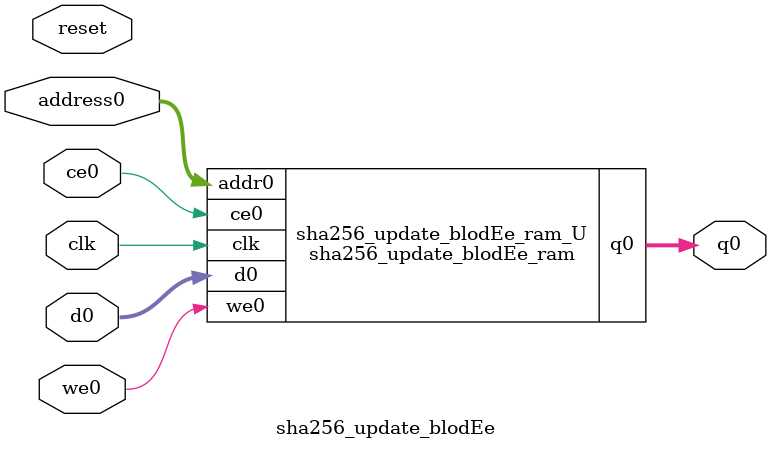
<source format=v>
`timescale 1 ns / 1 ps
module sha256_update_blodEe_ram (addr0, ce0, d0, we0, q0,  clk);

parameter DWIDTH = 8;
parameter AWIDTH = 6;
parameter MEM_SIZE = 64;

input[AWIDTH-1:0] addr0;
input ce0;
input[DWIDTH-1:0] d0;
input we0;
output reg[DWIDTH-1:0] q0;
input clk;

(* ram_style = "distributed" *)reg [DWIDTH-1:0] ram[0:MEM_SIZE-1];




always @(posedge clk)  
begin 
    if (ce0) begin
        if (we0) 
            ram[addr0] <= d0; 
        q0 <= ram[addr0];
    end
end


endmodule

`timescale 1 ns / 1 ps
module sha256_update_blodEe(
    reset,
    clk,
    address0,
    ce0,
    we0,
    d0,
    q0);

parameter DataWidth = 32'd8;
parameter AddressRange = 32'd64;
parameter AddressWidth = 32'd6;
input reset;
input clk;
input[AddressWidth - 1:0] address0;
input ce0;
input we0;
input[DataWidth - 1:0] d0;
output[DataWidth - 1:0] q0;



sha256_update_blodEe_ram sha256_update_blodEe_ram_U(
    .clk( clk ),
    .addr0( address0 ),
    .ce0( ce0 ),
    .we0( we0 ),
    .d0( d0 ),
    .q0( q0 ));

endmodule


</source>
